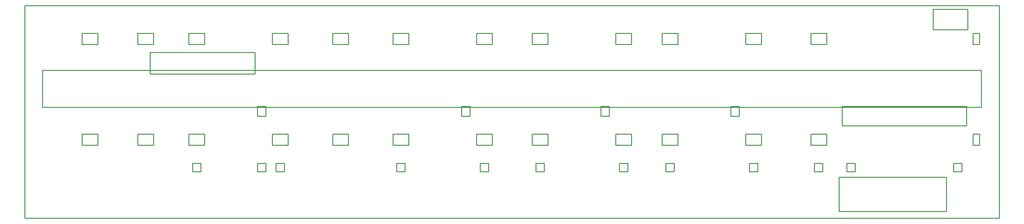
<source format=gko>
G04 Layer: BoardOutlineLayer*
G04 EasyEDA v6.5.32, 2023-07-25 14:04:49*
G04 a0b758befd8440d7b96d881f184d22a9,5a6b42c53f6a479593ecc07194224c93,10*
G04 Gerber Generator version 0.2*
G04 Scale: 100 percent, Rotated: No, Reflected: No *
G04 Dimensions in millimeters *
G04 leading zeros omitted , absolute positions ,4 integer and 5 decimal *
%FSLAX45Y45*%
%MOMM*%

%ADD10C,0.2540*%
D10*
X635000Y20955000D02*
G01*
X27305000Y20955000D01*
X27305000Y15113000D01*
X635000Y15113000D01*
X635000Y20955000D01*
X26047700Y16624300D02*
G01*
X26047700Y16395700D01*
X26047700Y16395700D02*
G01*
X26276300Y16395700D01*
X26276300Y16395700D02*
G01*
X26276300Y16624300D01*
X26276300Y16624300D02*
G01*
X26047700Y16624300D01*
X23126700Y16624300D02*
G01*
X23126700Y16395700D01*
X23126700Y16395700D02*
G01*
X23355300Y16395700D01*
X23355300Y16395700D02*
G01*
X23355300Y16624300D01*
X23355300Y16624300D02*
G01*
X23126700Y16624300D01*
X22237700Y16624300D02*
G01*
X22237700Y16395700D01*
X22237700Y16395700D02*
G01*
X22466300Y16395700D01*
X22466300Y16395700D02*
G01*
X22466300Y16624300D01*
X22466300Y16624300D02*
G01*
X22237700Y16624300D01*
X20459700Y16624300D02*
G01*
X20459700Y16395700D01*
X20459700Y16395700D02*
G01*
X20688300Y16395700D01*
X20688300Y16395700D02*
G01*
X20688300Y16624300D01*
X20688300Y16624300D02*
G01*
X20459700Y16624300D01*
X18173700Y16624300D02*
G01*
X18173700Y16395700D01*
X18173700Y16395700D02*
G01*
X18402300Y16395700D01*
X18402300Y16395700D02*
G01*
X18402300Y16624300D01*
X18402300Y16624300D02*
G01*
X18173700Y16624300D01*
X16903700Y16624300D02*
G01*
X16903700Y16395700D01*
X16903700Y16395700D02*
G01*
X17132300Y16395700D01*
X17132300Y16395700D02*
G01*
X17132300Y16624300D01*
X17132300Y16624300D02*
G01*
X16903700Y16624300D01*
X14617700Y16624300D02*
G01*
X14617700Y16395700D01*
X14617700Y16395700D02*
G01*
X14846300Y16395700D01*
X14846300Y16395700D02*
G01*
X14846300Y16624300D01*
X14846300Y16624300D02*
G01*
X14617700Y16624300D01*
X13093700Y16624300D02*
G01*
X13093700Y16395700D01*
X13093700Y16395700D02*
G01*
X13322300Y16395700D01*
X13322300Y16395700D02*
G01*
X13322300Y16624300D01*
X13322300Y16624300D02*
G01*
X13093700Y16624300D01*
X10807700Y16624300D02*
G01*
X10807700Y16395700D01*
X10807700Y16395700D02*
G01*
X11036300Y16395700D01*
X11036300Y16395700D02*
G01*
X11036300Y16624300D01*
X11036300Y16624300D02*
G01*
X10807700Y16624300D01*
X7505700Y16624300D02*
G01*
X7505700Y16395700D01*
X7505700Y16395700D02*
G01*
X7734300Y16395700D01*
X7734300Y16395700D02*
G01*
X7734300Y16624300D01*
X7734300Y16624300D02*
G01*
X7505700Y16624300D01*
X6997700Y16624300D02*
G01*
X6997700Y16395700D01*
X6997700Y16395700D02*
G01*
X7226300Y16395700D01*
X7226300Y16395700D02*
G01*
X7226300Y16624300D01*
X7226300Y16624300D02*
G01*
X6997700Y16624300D01*
X5219700Y16624300D02*
G01*
X5219700Y16395700D01*
X5219700Y16395700D02*
G01*
X5448300Y16395700D01*
X5448300Y16395700D02*
G01*
X5448300Y16624300D01*
X5448300Y16624300D02*
G01*
X5219700Y16624300D01*
X1117600Y19177000D02*
G01*
X1117600Y18161000D01*
X1117600Y18161000D02*
G01*
X26809700Y18161000D01*
X26809700Y18161000D02*
G01*
X26809700Y19177000D01*
X26809700Y19177000D02*
G01*
X1117600Y19177000D01*
X4064000Y19672300D02*
G01*
X4064000Y19075400D01*
X4064000Y19075400D02*
G01*
X6934200Y19075400D01*
X6934200Y19075400D02*
G01*
X6934200Y19672300D01*
X6934200Y19672300D02*
G01*
X4064000Y19672300D01*
X6997700Y18186400D02*
G01*
X6997700Y17919700D01*
X6997700Y17919700D02*
G01*
X7226300Y17919700D01*
X7226300Y17919700D02*
G01*
X7226300Y18186400D01*
X7226300Y18186400D02*
G01*
X6997700Y18186400D01*
X12585700Y18186400D02*
G01*
X12585700Y17919700D01*
X12585700Y17919700D02*
G01*
X12814300Y17919700D01*
X12814300Y17919700D02*
G01*
X12814300Y18186400D01*
X12814300Y18186400D02*
G01*
X12585700Y18186400D01*
X22999700Y18186400D02*
G01*
X22999700Y17653000D01*
X22999700Y17653000D02*
G01*
X26403300Y17653000D01*
X26403300Y17653000D02*
G01*
X26403300Y18186400D01*
X26403300Y18186400D02*
G01*
X22999700Y18186400D01*
X19951700Y18186400D02*
G01*
X19951700Y17919700D01*
X19951700Y17919700D02*
G01*
X20180300Y17919700D01*
X20180300Y17919700D02*
G01*
X20180300Y18186400D01*
X20180300Y18186400D02*
G01*
X19951700Y18186400D01*
X16395700Y18186400D02*
G01*
X16395700Y17919700D01*
X16395700Y17919700D02*
G01*
X16624300Y17919700D01*
X16624300Y17919700D02*
G01*
X16624300Y18186400D01*
X16624300Y18186400D02*
G01*
X16395700Y18186400D01*
X2197100Y20193000D02*
G01*
X2197100Y19888200D01*
X2197100Y19888200D02*
G01*
X2628900Y19888200D01*
X2628900Y19888200D02*
G01*
X2628900Y20193000D01*
X2628900Y20193000D02*
G01*
X2197100Y20193000D01*
X3721100Y20193000D02*
G01*
X3721100Y19888200D01*
X3721100Y19888200D02*
G01*
X4152900Y19888200D01*
X4152900Y19888200D02*
G01*
X4152900Y20193000D01*
X4152900Y20193000D02*
G01*
X3721100Y20193000D01*
X5118100Y20193000D02*
G01*
X5118100Y19888200D01*
X5118100Y19888200D02*
G01*
X5549900Y19888200D01*
X5549900Y19888200D02*
G01*
X5549900Y20193000D01*
X5549900Y20193000D02*
G01*
X5118100Y20193000D01*
X7404100Y20193000D02*
G01*
X7404100Y19888200D01*
X7404100Y19888200D02*
G01*
X7835900Y19888200D01*
X7835900Y19888200D02*
G01*
X7835900Y20193000D01*
X7835900Y20193000D02*
G01*
X7404100Y20193000D01*
X9055100Y20193000D02*
G01*
X9055100Y19888200D01*
X9055100Y19888200D02*
G01*
X9486900Y19888200D01*
X9486900Y19888200D02*
G01*
X9486900Y20193000D01*
X9486900Y20193000D02*
G01*
X9055100Y20193000D01*
X2197100Y17424400D02*
G01*
X2197100Y17119600D01*
X2197100Y17119600D02*
G01*
X2628900Y17119600D01*
X2628900Y17119600D02*
G01*
X2628900Y17424400D01*
X2628900Y17424400D02*
G01*
X2197100Y17424400D01*
X3721100Y17424400D02*
G01*
X3721100Y17119600D01*
X3721100Y17119600D02*
G01*
X4152900Y17119600D01*
X4152900Y17119600D02*
G01*
X4152900Y17424400D01*
X4152900Y17424400D02*
G01*
X3721100Y17424400D01*
X5118100Y17424400D02*
G01*
X5118100Y17119600D01*
X5118100Y17119600D02*
G01*
X5549900Y17119600D01*
X5549900Y17119600D02*
G01*
X5549900Y17424400D01*
X5549900Y17424400D02*
G01*
X5118100Y17424400D01*
X7404100Y17424400D02*
G01*
X7404100Y17119600D01*
X7404100Y17119600D02*
G01*
X7835900Y17119600D01*
X7835900Y17119600D02*
G01*
X7835900Y17424400D01*
X7835900Y17424400D02*
G01*
X7404100Y17424400D01*
X9055100Y17424400D02*
G01*
X9055100Y17119600D01*
X9055100Y17119600D02*
G01*
X9486900Y17119600D01*
X9486900Y17119600D02*
G01*
X9486900Y17424400D01*
X9486900Y17424400D02*
G01*
X9055100Y17424400D01*
X10706100Y17424400D02*
G01*
X10706100Y17119600D01*
X10706100Y17119600D02*
G01*
X11137900Y17119600D01*
X11137900Y17119600D02*
G01*
X11137900Y17424400D01*
X11137900Y17424400D02*
G01*
X10706100Y17424400D01*
X10706100Y20193000D02*
G01*
X10706100Y19888200D01*
X10706100Y19888200D02*
G01*
X11137900Y19888200D01*
X11137900Y19888200D02*
G01*
X11137900Y20193000D01*
X11137900Y20193000D02*
G01*
X10706100Y20193000D01*
X12992100Y20193000D02*
G01*
X12992100Y19888200D01*
X12992100Y19888200D02*
G01*
X13423900Y19888200D01*
X13423900Y19888200D02*
G01*
X13423900Y20193000D01*
X13423900Y20193000D02*
G01*
X12992100Y20193000D01*
X12992100Y17424400D02*
G01*
X12992100Y17119600D01*
X12992100Y17119600D02*
G01*
X13423900Y17119600D01*
X13423900Y17119600D02*
G01*
X13423900Y17424400D01*
X13423900Y17424400D02*
G01*
X12992100Y17424400D01*
X14516100Y17424400D02*
G01*
X14516100Y17119600D01*
X14516100Y17119600D02*
G01*
X14947900Y17119600D01*
X14947900Y17119600D02*
G01*
X14947900Y17424400D01*
X14947900Y17424400D02*
G01*
X14516100Y17424400D01*
X14516100Y20193000D02*
G01*
X14516100Y19888200D01*
X14516100Y19888200D02*
G01*
X14947900Y19888200D01*
X14947900Y19888200D02*
G01*
X14947900Y20193000D01*
X14947900Y20193000D02*
G01*
X14516100Y20193000D01*
X16802100Y20193000D02*
G01*
X16802100Y19888200D01*
X16802100Y19888200D02*
G01*
X17233900Y19888200D01*
X17233900Y19888200D02*
G01*
X17233900Y20193000D01*
X17233900Y20193000D02*
G01*
X16802100Y20193000D01*
X16802100Y17424400D02*
G01*
X16802100Y17119600D01*
X16802100Y17119600D02*
G01*
X17233900Y17119600D01*
X17233900Y17119600D02*
G01*
X17233900Y17424400D01*
X17233900Y17424400D02*
G01*
X16802100Y17424400D01*
X18072100Y20193000D02*
G01*
X18072100Y19888200D01*
X18072100Y19888200D02*
G01*
X18503900Y19888200D01*
X18503900Y19888200D02*
G01*
X18503900Y20193000D01*
X18503900Y20193000D02*
G01*
X18072100Y20193000D01*
X18072100Y17424400D02*
G01*
X18072100Y17119600D01*
X18072100Y17119600D02*
G01*
X18503900Y17119600D01*
X18503900Y17119600D02*
G01*
X18503900Y17424400D01*
X18503900Y17424400D02*
G01*
X18072100Y17424400D01*
X20358100Y20193000D02*
G01*
X20358100Y19888200D01*
X20358100Y19888200D02*
G01*
X20789900Y19888200D01*
X20789900Y19888200D02*
G01*
X20789900Y20193000D01*
X20789900Y20193000D02*
G01*
X20358100Y20193000D01*
X22148800Y20193000D02*
G01*
X22148800Y19888200D01*
X22148800Y19888200D02*
G01*
X22580600Y19888200D01*
X22580600Y19888200D02*
G01*
X22580600Y20193000D01*
X22580600Y20193000D02*
G01*
X22148800Y20193000D01*
X20358100Y17424400D02*
G01*
X20358100Y17119600D01*
X20358100Y17119600D02*
G01*
X20789900Y17119600D01*
X20789900Y17119600D02*
G01*
X20789900Y17424400D01*
X20789900Y17424400D02*
G01*
X20358100Y17424400D01*
X22148800Y17424400D02*
G01*
X22148800Y17119600D01*
X22148800Y17119600D02*
G01*
X22580600Y17119600D01*
X22580600Y17119600D02*
G01*
X22580600Y17424400D01*
X22580600Y17424400D02*
G01*
X22148800Y17424400D01*
X26581100Y20193000D02*
G01*
X26581100Y19888200D01*
X26581100Y19888200D02*
G01*
X26758900Y19888200D01*
X26758900Y19888200D02*
G01*
X26758900Y20193000D01*
X26758900Y20193000D02*
G01*
X26581100Y20193000D01*
X26581100Y17424400D02*
G01*
X26581100Y17119600D01*
X26581100Y17119600D02*
G01*
X26758900Y17119600D01*
X26758900Y17119600D02*
G01*
X26758900Y17424400D01*
X26758900Y17424400D02*
G01*
X26581100Y17424400D01*
X25488900Y20853400D02*
G01*
X25488900Y20294600D01*
X25488900Y20294600D02*
G01*
X26435050Y20294600D01*
X26435050Y20294600D02*
G01*
X26435050Y20853400D01*
X26435050Y20853400D02*
G01*
X25488900Y20853400D01*
X22917150Y16243300D02*
G01*
X22917150Y15303500D01*
X22917150Y15303500D02*
G01*
X25850850Y15303500D01*
X25850850Y15303500D02*
G01*
X25850850Y16243300D01*
X25850850Y16243300D02*
G01*
X22917150Y16243300D01*

%LPD*%
M02*

</source>
